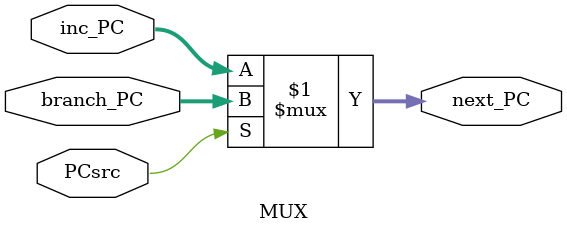
<source format=sv>
module MUX(input logic [31:0] branch_PC, inc_PC,
           input logic     PCsrc,
           output logic  [31:0] next_PC);
  
    assign next_PC = PCsrc ? branch_PC : inc_PC;
endmodule
</source>
